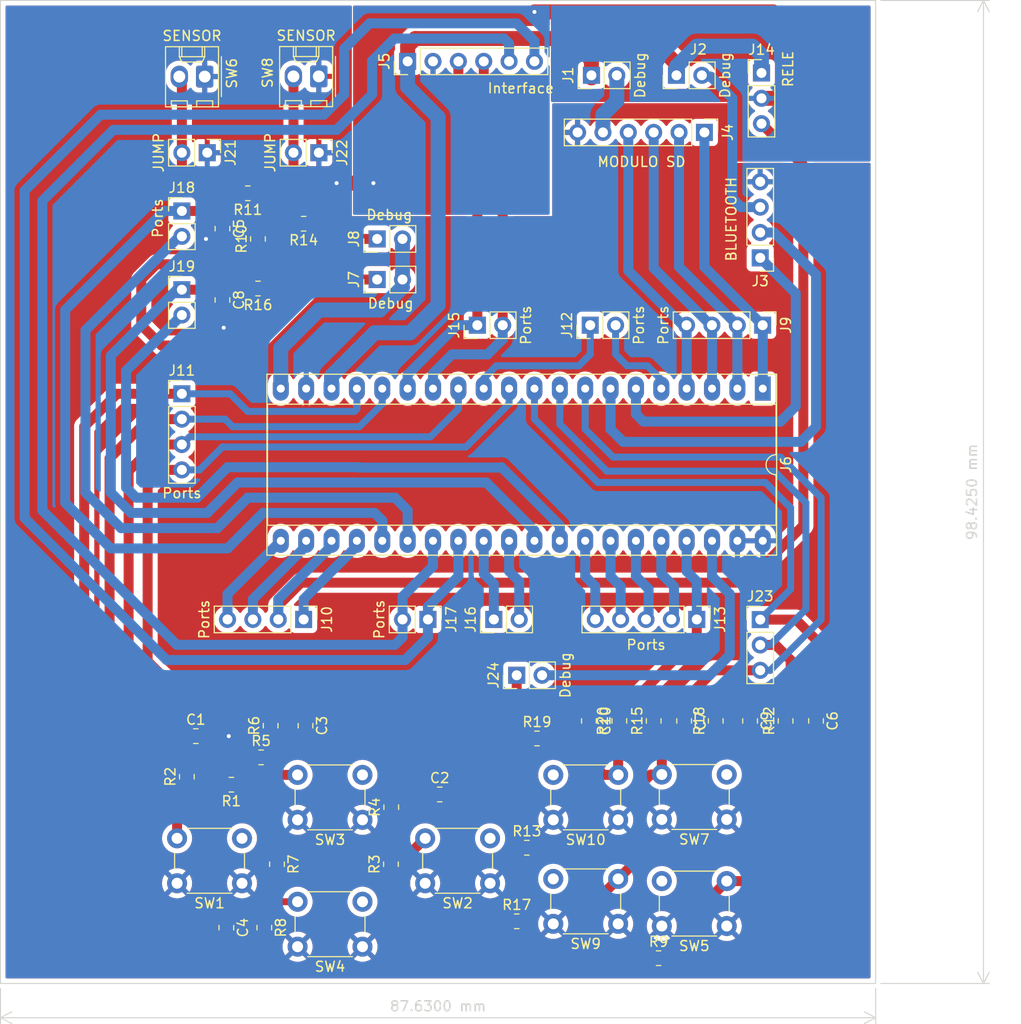
<source format=kicad_pcb>
(kicad_pcb (version 20211014) (generator pcbnew)
  (layers (0 "F.Cu" signal) (31 "B.Cu" signal) (34 "B.Paste" user) (35 "F.Paste" user) (36 "B.SilkS" user "B.Silkscreen") (37 "F.SilkS" user "F.Silkscreen") (38 "B.Mask" user) (39 "F.Mask" user) (44 "Edge.Cuts" user))
  (net 0 "")
  (net 1 "/BT_LEFT")
  (net 2 "GNDA")
  (net 3 "/BT_RIGHT")
  (net 4 "/BT_UP")
  (net 5 "/BT_DOWN")
  (net 6 "/SENSOR_1")
  (net 7 "/BT_STOP")
  (net 8 "/BT_MENU")
  (net 9 "/SENSOR_2")
  (net 10 "/BT_OK")
  (net 11 "/BT_RST")
  (net 12 "5V")
  (net 13 "/RX")
  (net 14 "/TX")
  (net 15 "/CS")
  (net 16 "/SCK")
  (net 17 "/MOSI")
  (net 18 "/MISO")
  (net 19 "/SDA")
  (net 20 "/SCL")
  (net 21 "/B-_AD_IN")
  (net 22 "/B+_AD_IN")
  (net 23 "/PA8")
  (net 24 "/PB4")
  (net 25 "+3.3V")
  (net 26 "/VBAT")
  (net 27 "/PC13")
  (net 28 "/RELE")
  (net 29 "/PC15")
  (net 30 "/PA4")
  (net 31 "/PA5")
  (net 32 "/PB0")
  (net 33 "/PB1")
  (net 34 "/PB10")
  (net 35 "/PB11")
  (net 36 "Net-(J7-Pad1)")
  (net 37 "Net-(J8-Pad1)")
  (net 38 "Net-(R1-Pad2)")
  (net 39 "Net-(R3-Pad2)")
  (net 40 "Net-(R5-Pad2)")
  (net 41 "Net-(R7-Pad2)")
  (net 42 "Net-(R12-Pad1)")
  (net 43 "Net-(R13-Pad2)")
  (net 44 "Net-(R17-Pad2)")
  (net 45 "Net-(R19-Pad2)")
  (net 46 "Net-(J21-Pad2)")
  (net 47 "Net-(J22-Pad2)")
  (net 48 "Net-(J24-Pad1)")
  (net 49 "Net-(J1-Pad2)")
  (net 50 "Net-(J2-Pad2)")
  (footprint "Resistor_SMD:R_0805_2012Metric_Pad1.20x1.40mm_HandSolder" (layer "F.Cu") (at 99.568 96.536 -90)
    (fp_text reference "C8")
    (fp_text value "0.1uF")
  )
  (footprint "Resistor_SMD:R_0805_2012Metric_Pad1.20x1.40mm_HandSolder" (layer "F.Cu") (at 103.759 159.385 -90)
    (fp_text reference "R8")
    (fp_text value "10K")
  )
  (footprint "Connector_PinHeader_2.54mm:PinHeader_1x02_P2.54mm_Vertical" (layer "F.Cu") (at 115.057 90.424 90)
    (fp_text reference "J8")
    (fp_text value "Debug")
  )
  (footprint "Connector_PinHeader_2.54mm:PinHeader_1x04_P2.54mm_Vertical" (layer "F.Cu") (at 153.416 92.319 180)
    (fp_text reference "J3")
    (fp_text value "BLUETOOTH")
  )
  (footprint "Button_Switch_THT:SW_PUSH_6mm" (layer "F.Cu") (at 113.59 148.59 180)
    (fp_text reference "SW3")
    (fp_text value "BT_UP")
  )
  (footprint "Button_Switch_THT:SW_PUSH_6mm" (layer "F.Cu") (at 139.192 159.004 180)
    (fp_text reference "SW9")
    (fp_text value "BT_OK")
  )
  (footprint "Resistor_SMD:R_0805_2012Metric_Pad1.20x1.40mm_HandSolder" (layer "F.Cu") (at 129.032 158.75)
    (fp_text reference "R17")
    (fp_text value "100K")
  )
  (footprint "Resistor_SMD:R_0805_2012Metric_Pad1.20x1.40mm_HandSolder" (layer "F.Cu") (at 130.048 151.384)
    (fp_text reference "R13")
    (fp_text value "100K")
  )
  (footprint "Package_DIP:DIP-40_W15.24mm_Socket_LongPads" (layer "F.Cu") (at 153.67 105.41 -90)
    (fp_text reference "J6")
    (fp_text value "BLACKPILL")
  )
  (footprint "Connector_PinHeader_2.54mm:PinHeader_1x02_P2.54mm_Vertical" (layer "F.Cu") (at 126.741 128.524 90)
    (fp_text reference "J16")
    (fp_text value "Ports")
  )
  (footprint "Connector_PinHeader_2.54mm:PinHeader_1x02_P2.54mm_Vertical" (layer "F.Cu") (at 145.029 74.041 90)
    (fp_text reference "J2")
    (fp_text value "Debug")
  )
  (footprint "Resistor_SMD:R_0805_2012Metric_Pad1.20x1.40mm_HandSolder" (layer "F.Cu") (at 100.457 145.07 180)
    (fp_text reference "R1")
    (fp_text value "100K")
  )
  (footprint "Connector_PinHeader_2.54mm:PinHeader_1x05_P2.54mm_Vertical" (layer "F.Cu") (at 147.061 128.524 -90)
    (fp_text reference "J13")
    (fp_text value "Ports")
  )
  (footprint "Connector_PinHeader_2.54mm:PinHeader_1x04_P2.54mm_Vertical" (layer "F.Cu") (at 95.504 105.928)
    (fp_text reference "J11")
    (fp_text value "Ports")
  )
  (footprint "Resistor_SMD:R_0805_2012Metric_Pad1.20x1.40mm_HandSolder" (layer "F.Cu") (at 145.796 138.684 -90)
    (fp_text reference "C7")
    (fp_text value "0.1uF")
  )
  (footprint "Connector_PinHeader_2.54mm:PinHeader_1x02_P2.54mm_Vertical" (layer "F.Cu") (at 98.044 81.788 -90)
    (fp_text reference "J21")
    (fp_text value "JUMP")
  )
  (footprint "Resistor_SMD:R_0805_2012Metric_Pad1.20x1.40mm_HandSolder" (layer "F.Cu") (at 96.002 144.272 90)
    (fp_text reference "R2")
    (fp_text value "10K")
  )
  (footprint "Button_Switch_THT:SW_PUSH_6mm" (layer "F.Cu") (at 150.062 148.554 180)
    (fp_text reference "SW7")
    (fp_text value "BT_MENU")
  )
  (footprint "Connector_PinHeader_2.54mm:PinHeader_1x02_P2.54mm_Vertical" (layer "F.Cu") (at 125.09 99.06 90)
    (fp_text reference "J15")
    (fp_text value "Ports")
  )
  (footprint "Connector_PinHeader_2.54mm:PinHeader_1x02_P2.54mm_Vertical" (layer "F.Cu") (at 95.504 87.625)
    (fp_text reference "J18")
    (fp_text value "Ports")
  )
  (footprint "Connector_PinHeader_2.54mm:PinHeader_1x02_P2.54mm_Vertical" (layer "F.Cu") (at 136.393 99.06 90)
    (fp_text reference "J12")
    (fp_text value "Ports")
  )
  (footprint "Button_Switch_THT:SW_PUSH_6mm" (layer "F.Cu") (at 113.59 161.29 180)
    (fp_text reference "SW4")
    (fp_text value "BT_DOWN")
  )
  (footprint "Resistor_SMD:R_0805_2012Metric_Pad1.20x1.40mm_HandSolder" (layer "F.Cu") (at 103.124 95.387 180)
    (fp_text reference "R16")
    (fp_text value "10K")
  )
  (footprint "Resistor_SMD:R_0805_2012Metric_Pad1.20x1.40mm_HandSolder" (layer "F.Cu") (at 99.568 89.392 -90)
    (fp_text reference "C5")
    (fp_text value "0.1uF")
  )
  (footprint "Connector_PinHeader_2.54mm:PinHeader_1x06_P2.54mm_Vertical" (layer "F.Cu") (at 147.828 79.756 -90)
    (fp_text reference "J4")
    (fp_text value "MODULO SD")
  )
  (footprint "Connector_PinHeader_2.54mm:PinHeader_1x02_P2.54mm_Vertical" (layer "F.Cu") (at 120.142 128.524 -90)
    (fp_text reference "J17")
    (fp_text value "Ports")
  )
  (footprint "Resistor_SMD:R_0805_2012Metric_Pad1.20x1.40mm_HandSolder" (layer "F.Cu") (at 136.261 138.684 -90)
    (fp_text reference "C10")
    (fp_text value "0.1uF")
  )
  (footprint "Resistor_SMD:R_0805_2012Metric_Pad1.20x1.40mm_HandSolder" (layer "F.Cu") (at 143.24 162.443)
    (fp_text reference "R9")
    (fp_text value "100K")
  )
  (footprint "Resistor_SMD:R_0805_2012Metric_Pad1.20x1.40mm_HandSolder" (layer "F.Cu") (at 103.439 142.335)
    (fp_text reference "R5")
    (fp_text value "100K")
  )
  (footprint "Resistor_SMD:R_0805_2012Metric_Pad1.20x1.40mm_HandSolder" (layer "F.Cu") (at 152.4 138.684 -90)
    (fp_text reference "C9")
    (fp_text value "0.1uF")
  )
  (footprint "Button_Switch_THT:SW_PUSH_6mm" (layer "F.Cu") (at 150.062 159.222 180)
    (fp_text reference "SW5")
    (fp_text value "BT_STOP")
  )
  (footprint "Resistor_SMD:R_0805_2012Metric_Pad1.20x1.40mm_HandSolder" (layer "F.Cu") (at 107.884 139.16 -90)
    (fp_text reference "C3")
    (fp_text value "0.1uF")
  )
  (footprint "Resistor_SMD:R_0805_2012Metric_Pad1.20x1.40mm_HandSolder" (layer "F.Cu") (at 107.696 88.9 180)
    (fp_text reference "R14")
    (fp_text value "100K")
  )
  (footprint "Connector_PinHeader_2.54mm:PinHeader_1x04_P2.54mm_Vertical" (layer "F.Cu") (at 107.696 128.524 -90)
    (fp_text reference "J10")
    (fp_text value "Ports")
  )
  (footprint "Resistor_SMD:R_0805_2012Metric_Pad1.20x1.40mm_HandSolder" (layer "F.Cu") (at 96.901 140.208)
    (fp_text reference "C1")
    (fp_text value "0.1uF")
  )
  (footprint "Connector_PinHeader_2.54mm:PinHeader_1x02_P2.54mm_Vertical" (layer "F.Cu") (at 109.22 81.788 -90)
    (fp_text reference "J22")
    (fp_text value "JUMP")
  )
  (footprint "Resistor_SMD:R_0805_2012Metric_Pad1.20x1.40mm_HandSolder" (layer "F.Cu") (at 131.064 140.442)
    (fp_text reference "R19")
    (fp_text value "100K")
  )
  (footprint "Connector_PinHeader_2.54mm:PinHeader_1x06_P2.54mm_Vertical" (layer "F.Cu") (at 118.11 72.644 90)
    (fp_text reference "J5")
    (fp_text value "Interface")
  )
  (footprint "Resistor_SMD:R_0805_2012Metric_Pad1.20x1.40mm_HandSolder" (layer "F.Cu") (at 142.748 138.684 90)
    (fp_text reference "R15")
    (fp_text value "10K")
  )
  (footprint "Resistor_SMD:R_0805_2012Metric_Pad1.20x1.40mm_HandSolder" (layer "F.Cu") (at 116.439 153.035 90)
    (fp_text reference "R3")
    (fp_text value "100K")
  )
  (footprint "Connector_PinHeader_2.54mm:PinHeader_1x02_P2.54mm_Vertical" (layer "F.Cu") (at 95.504 95.504)
    (fp_text reference "J19")
    (fp_text value "Ports")
  )
  (footprint "Button_Switch_THT:SW_PUSH_6mm" (layer "F.Cu") (at 139.192 148.59 180)
    (fp_text reference "SW10")
    (fp_text value "BT_RST")
  )
  (footprint "Resistor_SMD:R_0805_2012Metric_Pad1.20x1.40mm_HandSolder" (layer "F.Cu") (at 103.124 90.424 90)
    (fp_text reference "R10")
    (fp_text value "100K")
  )
  (footprint "Connector_PinHeader_2.54mm:PinHeader_1x02_P2.54mm_Vertical" (layer "F.Cu") (at 136.515 74.041 90)
    (fp_text reference "J1")
    (fp_text value "Debug")
  )
  (footprint "Resistor_SMD:R_0805_2012Metric_Pad1.20x1.40mm_HandSolder" (layer "F.Cu") (at 99.959 159.385 -90)
    (fp_text reference "C4")
    (fp_text value "0.1uF")
  )
  (footprint "Resistor_SMD:R_0805_2012Metric_Pad1.20x1.40mm_HandSolder" (layer "F.Cu") (at 116.469 147.32 90)
    (fp_text reference "R4")
    (fp_text value "10K")
  )
  (footprint "Resistor_SMD:R_0805_2012Metric_Pad1.20x1.40mm_HandSolder" (layer "F.Cu") (at 105.029 153.035 -90)
    (fp_text reference "R7")
    (fp_text value "100K")
  )
  (footprint "Connector_PinHeader_2.54mm:PinHeader_1x02_P2.54mm_Vertical" (layer "F.Cu") (at 115.057 94.488 90)
    (fp_text reference "J7")
    (fp_text value "Debug")
  )
  (footprint "Connector_PinHeader_2.54mm:PinHeader_1x03_P2.54mm_Vertical" (layer "F.Cu") (at 153.543 73.802)
    (fp_text reference "J14")
    (fp_text value "RELE")
  )
  (footprint "Resistor_SMD:R_0805_2012Metric_Pad1.20x1.40mm_HandSolder" (layer "F.Cu") (at 159.004 138.684 -90)
    (fp_text reference "C6")
    (fp_text value "0.1uF")
  )
  (footprint "Connector_PinHeader_2.54mm:PinHeader_1x04_P2.54mm_Vertical" (layer "F.Cu") (at 153.66 99.06 -90)
    (fp_text reference "J9")
    (fp_text value "Ports")
  )
  (footprint "Resistor_SMD:R_0805_2012Metric_Pad1.20x1.40mm_HandSolder" (layer "F.Cu") (at 155.956 138.684 90)
    (fp_text reference "R12")
    (fp_text value "10K")
  )
  (footprint "Button_Switch_THT:SW_PUSH_6mm" (layer "F.Cu") (at 101.525 154.94 180)
    (fp_text reference "SW1")
    (fp_text value "BT_LEFT")
  )
  (footprint "Resistor_SMD:R_0805_2012Metric_Pad1.20x1.40mm_HandSolder" (layer "F.Cu") (at 121.324 146.05)
    (fp_text reference "C2")
    (fp_text value "0.1uF")
  )
  (footprint "Connector_Molex:Molex_KK-254_AE-6410-02A_1x02_P2.54mm_Vertical" (layer "F.Cu") (at 97.79 74.168 180)
    (fp_text reference "SW6")
    (fp_text value "SENSOR")
  )
  (footprint "Button_Switch_THT:SW_PUSH_6mm" (layer "F.Cu") (at 126.365 154.94 180)
    (fp_text reference "SW2")
    (fp_text value "BT_RIGHT")
  )
  (footprint "Connector_PinHeader_2.54mm:PinHeader_1x03_P2.54mm_Vertical" (layer "F.Cu") (at 153.416 128.539)
    (fp_text reference "J23")
    (fp_text value "Ports")
  )
  (footprint "Resistor_SMD:R_0805_2012Metric_Pad1.20x1.40mm_HandSolder" (layer "F.Cu") (at 148.961 138.684 90)
    (fp_text reference "R18")
    (fp_text value "10K")
  )
  (footprint "Connector_Molex:Molex_KK-254_AE-6410-02A_1x02_P2.54mm_Vertical" (layer "F.Cu") (at 109.215 74.148 180)
    (fp_text reference "SW8")
    (fp_text value "SENSOR")
  )
  (footprint "Connector_PinHeader_2.54mm:PinHeader_1x02_P2.54mm_Vertical" (layer "F.Cu") (at 129.032 134.112 90)
    (fp_text reference "J24")
    (fp_text value "Debug")
  )
  (footprint "Resistor_SMD:R_0805_2012Metric_Pad1.20x1.40mm_HandSolder" (layer "F.Cu") (at 104.394 139.16 90)
    (fp_text reference "R6")
    (fp_text value "10K")
  )
  (footprint "Resistor_SMD:R_0805_2012Metric_Pad1.20x1.40mm_HandSolder" (layer "F.Cu") (at 102.108 85.852 180)
    (fp_text reference "R11")
    (fp_text value "10K")
  )
  (footprint "Resistor_SMD:R_0805_2012Metric_Pad1.20x1.40mm_HandSolder" (layer "F.Cu") (at 139.309 138.684 90)
    (fp_text reference "R20")
    (fp_text value "10K")
  )
  (gr_rect (start 77.343 66.548) (end 164.973 164.973) (layer "Edge.Cuts") (width 0.1) (fill none))
  (dimension (type aligned) (layer "Edge.Cuts") (pts (xy 77.343 164.973) (xy 164.973 164.973)) (height 3.429) (gr_text "87.6300 mm" (at 121.158 167.252) (layer "Edge.Cuts") (effects (font (size 1 1) (thickness 0.15)))) (format (units 3) (units_format 1) (precision 4)) (style (thickness 0.1) (arrow_length 1.27) (text_position_mode 0) (extension_height 0.58642) (extension_offset 0.5) keep_text_aligned))
  (dimension (type aligned) (layer "Edge.Cuts") (pts (xy 164.973 66.548) (xy 164.973 164.973)) (height -10.795) (gr_text "98.4250 mm" (at 174.618 115.7605 90) (layer "Edge.Cuts") (effects (font (size 1 1) (thickness 0.15)))) (format (units 3) (units_format 1) (precision 4)) (style (thickness 0.1) (arrow_length 1.27) (text_position_mode 0) (extension_height 0.58642) (extension_offset 0.5) keep_text_aligned))
  (segment (start 92.192 108.468) (end 88.265 112.395) (width 1) (layer "F.Cu") (net 1))
  (segment (start 96.002 140.309) (end 95.901 140.208) (width 1) (layer "F.Cu") (net 1))
  (segment (start 90.043 140.208) (end 95.901 140.208) (width 1) (layer "F.Cu") (net 1))
  (segment (start 96.002 143.272) (end 96.002 140.309) (width 1) (layer "F.Cu") (net 1))
  (segment (start 95.504 108.468) (end 92.192 108.468) (width 1) (layer "F.Cu") (net 1))
  (segment (start 88.265 138.43) (end 90.043 140.208) (width 1) (layer "F.Cu") (net 1))
  (segment (start 88.265 112.395) (end 88.265 138.43) (width 1) (layer "F.Cu") (net 1))
  (segment (start 100.584 109.22) (end 99.832 108.468) (width 0.7) (layer "B.Cu") (net 1))
  (segment (start 115.57 106.934) (end 113.284 109.22) (width 0.7) (layer "B.Cu") (net 1))
  (segment (start 115.57 105.41) (end 115.57 106.934) (width 0.7) (layer "B.Cu") (net 1))
  (segment (start 99.832 108.468) (end 95.504 108.468) (width 0.7) (layer "B.Cu") (net 1))
  (segment (start 113.284 109.22) (end 100.584 109.22) (width 0.7) (layer "B.Cu") (net 1))
  (segment (start 157.861 74.803) (end 157.861 70.866) (width 1.5) (layer "F.Cu") (net 2))
  (segment (start 153.543 76.342) (end 156.322 76.342) (width 1.5) (layer "F.Cu") (net 2))
  (segment (start 154.686 67.691) (end 130.81 67.691) (width 1.5) (layer "F.Cu") (net 2))
  (segment (start 157.861 70.866) (end 154.686 67.691) (width 1.5) (layer "F.Cu") (net 2))
  (segment (start 110.998 84.836) (end 114.681 84.836) (width 1.5) (layer "F.Cu") (net 2))
  (segment (start 110.871 84.836) (end 110.998 84.836) (width 1.5) (layer "F.Cu") (net 2))
  (segment (start 156.322 76.342) (end 157.861 74.803) (width 1.5) (layer "F.Cu") (net 2))
  (via (at 99.695 99.314) (size 0.8) (drill 0.4) (layers "F.Cu" "B.Cu") (net 2))
  (via (at 100.203 140.208) (size 0.8) (drill 0.4) (layers "F.Cu" "B.Cu") (net 2))
  (via (at 110.998 84.836) (size 0.8) (drill 0.4) (layers "F.Cu" "B.Cu") (net 2))
  (via (at 130.81 67.691) (size 0.8) (drill 0.4) (layers "F.Cu" "B.Cu") (net 2))
  (via (at 97.917 90.424) (size 0.8) (drill 0.4) (layers "F.Cu" "B.Cu") (net 2))
  (via (at 114.681 84.836) (size 0.8) (drill 0.4) (layers "F.Cu" "B.Cu") (net 2))
  (segment (start 116.469 146.32) (end 120.054 146.32) (width 1) (layer "F.Cu") (net 3))
  (segment (start 111.125 135.255) (end 116.469 140.599) (width 1) (layer "F.Cu") (net 3))
  (segment (start 94.615 135.255) (end 111.125 135.255) (width 1) (layer "F.Cu") (net 3))
  (segment (start 116.469 140.599) (end 116.469 146.32) (width 1) (layer "F.Cu") (net 3))
  (segment (start 95.504 113.548) (end 93.716 113.548) (width 1) (layer "F.Cu") (net 3))
  (segment (start 92.075 115.189) (end 92.075 132.715) (width 1) (layer "F.Cu") (net 3))
  (segment (start 92.075 132.715) (end 94.615 135.255) (width 1) (layer "F.Cu") (net 3))
  (segment (start 93.716 113.548) (end 92.075 115.189) (width 1) (layer "F.Cu") (net 3))
  (segment (start 120.054 146.32) (end 120.324 146.05) (width 1) (layer "F.Cu") (net 3))
  (segment (start 123.952 111.252) (end 128.27 106.934) (width 0.7) (layer "B.Cu") (net 3))
  (segment (start 97.272 113.548) (end 99.568 111.252) (width 0.7) (layer "B.Cu") (net 3))
  (segment (start 95.504 113.548) (end 97.272 113.548) (width 0.7) (layer "B.Cu") (net 3))
  (segment (start 128.27 106.934) (end 128.27 105.41) (width 0.7) (layer "B.Cu") (net 3))
  (segment (start 99.568 111.252) (end 123.952 111.252) (width 0.7) (layer "B.Cu") (net 3))
  (segment (start 92.44 138.16) (end 104.709 138.16) (width 1) (layer "F.Cu") (net 4))
  (segment (start 104.709 138.16) (end 107.884 138.16) (width 1) (layer "F.Cu") (net 4))
  (segment (start 92.827 111.008) (end 90.17 113.665) (width 1) (layer "F.Cu") (net 4))
  (segment (start 90.17 113.665) (end 90.17 135.89) (width 1) (layer "F.Cu") (net 4))
  (segment (start 95.504 111.008) (end 92.827 111.008) (width 1) (layer "F.Cu") (net 4))
  (segment (start 90.17 135.89) (end 92.44 138.16) (width 1) (layer "F.Cu") (net 4))
  (segment (start 95.504 111.008) (end 96.276 110.236) (width 0.7) (layer "B.Cu") (net 4))
  (segment (start 120.396 110.236) (end 123.19 107.442) (width 0.7) (layer "B.Cu") (net 4))
  (segment (start 123.19 107.442) (end 123.19 105.41) (width 0.7) (layer "B.Cu") (net 4))
  (segment (start 96.276 110.236) (end 120.396 110.236) (width 0.7) (layer "B.Cu") (net 4))
  (segment (start 99.959 158.385) (end 100.6 158.385) (width 1) (layer "F.Cu") (net 5))
  (segment (start 85.725 109.22) (end 85.725 151.13) (width 1) (layer "F.Cu") (net 5))
  (segment (start 102.6 160.385) (end 103.759 160.385) (width 1) (layer "F.Cu") (net 5))
  (segment (start 92.98 158.385) (end 99.959 158.385) (width 1) (layer "F.Cu") (net 5))
  (segment (start 95.504 105.928) (end 89.017 105.928) (width 1) (layer "F.Cu") (net 5))
  (segment (start 85.725 151.13) (end 92.98 158.385) (width 1) (layer "F.Cu") (net 5))
  (segment (start 100.6 158.385) (end 102.6 160.385) (width 1) (layer "F.Cu") (net 5))
  (segment (start 89.017 105.928) (end 85.725 109.22) (width 1) (layer "F.Cu") (net 5))
  (segment (start 113.03 107.442) (end 112.776 107.696) (width 0.7) (layer "B.Cu") (net 5))
  (segment (start 112.776 107.696) (end 102.108 107.696) (width 0.7) (layer "B.Cu") (net 5))
  (segment (start 102.108 107.696) (end 100.34 105.928) (width 0.7) (layer "B.Cu") (net 5))
  (segment (start 100.34 105.928) (end 95.504 105.928) (width 0.7) (layer "B.Cu") (net 5))
  (segment (start 113.03 105.41) (end 113.03 107.442) (width 0.7) (layer "B.Cu") (net 5))
  (segment (start 98.801 87.625) (end 99.335 87.625) (width 1) (layer "F.Cu") (net 6))
  (segment (start 95.504 87.625) (end 98.801 87.625) (width 1) (layer "F.Cu") (net 6))
  (segment (start 98.801 87.625) (end 99.568 88.392) (width 1) (layer "F.Cu") (net 6))
  (segment (start 99.335 87.625) (end 101.108 85.852) (width 1) (layer "F.Cu") (net 6))
  (segment (start 102.108 116.332) (end 99.06 119.38) (width 1) (layer "B.Cu") (net 6))
  (segment (start 83.82 116.84) (end 83.82 97.536) (width 1) (layer "B.Cu") (net 6))
  (segment (start 93.731 87.625) (end 95.504 87.625) (width 1) (layer "B.Cu") (net 6))
  (segment (start 118.11 117.602) (end 116.84 116.332) (width 1) (layer "B.Cu") (net 6))
  (segment (start 89.408 119.38) (end 85.852 115.824) (width 1) (layer "B.Cu") (net 6))
  (segment (start 99.06 119.38) (end 89.408 119.38) (width 1) (layer "B.Cu") (net 6))
  (segment (start 88.392 121.412) (end 83.82 116.84) (width 1) (layer "B.Cu") (net 6))
  (segment (start 85.852 99.568) (end 95.255 90.165) (width 1) (layer "B.Cu") (net 6))
  (segment (start 95.255 90.165) (end 95.504 90.165) (width 1) (layer "B.Cu") (net 6))
  (segment (start 116.84 116.332) (end 102.108 116.332) (width 1) (layer "B.Cu") (net 6))
  (segment (start 83.82 97.536) (end 93.731 87.625) (width 1) (layer "B.Cu") (net 6))
  (segment (start 100.076 121.412) (end 88.392 121.412) (width 1) (layer "B.Cu") (net 6))
  (segment (start 103.632 117.856) (end 100.076 121.412) (width 1) (layer "B.Cu") (net 6))
  (segment (start 114.808 117.856) (end 103.632 117.856) (width 1) (layer "B.Cu") (net 6))
  (segment (start 115.57 120.65) (end 115.57 118.618) (width 1) (layer "B.Cu") (net 6))
  (segment (start 115.57 118.618) (end 114.808 117.856) (width 1) (layer "B.Cu") (net 6))
  (segment (start 85.852 115.824) (end 85.852 99.568) (width 1) (layer "B.Cu") (net 6))
  (segment (start 118.11 120.65) (end 118.11 117.602) (width 1) (layer "B.Cu") (net 6))
  (segment (start 159.004 137.684) (end 159.004 130.556) (width 1) (layer "F.Cu") (net 7))
  (segment (start 159.004 130.556) (end 156.987 128.539) (width 1) (layer "F.Cu") (net 7))
  (segment (start 156.987 128.539) (end 153.416 128.539) (width 1) (layer "F.Cu") (net 7))
  (segment (start 155.956 137.684) (end 159.004 137.684) (width 1) (layer "F.Cu") (net 7))
  (segment (start 137.16 114.808) (end 153.924 114.808) (width 0.7) (layer "B.Cu") (net 7))
  (segment (start 153.924 114.808) (end 156.464 117.348) (width 0.7) (layer "B.Cu") (net 7))
  (segment (start 130.81 108.458) (end 137.16 114.808) (width 0.7) (layer "B.Cu") (net 7))
  (segment (start 156.464 117.348) (end 156.464 125.491) (width 0.7) (layer "B.Cu") (net 7))
  (segment (start 130.81 105.41) (end 130.81 108.458) (width 0.7) (layer "B.Cu") (net 7))
  (segment (start 156.464 125.491) (end 153.416 128.539) (width 0.7) (layer "B.Cu") (net 7))
  (segment (start 145.796 137.684) (end 145.796 136.652) (width 1) (layer "F.Cu") (net 8))
  (segment (start 148.829 133.619) (end 153.416 133.619) (width 1) (layer "F.Cu") (net 8))
  (segment (start 145.796 136.652) (end 148.829 133.619) (width 1) (layer "F.Cu") (net 8))
  (segment (start 142.748 137.684) (end 145.796 137.684) (width 1) (layer "F.Cu") (net 8))
  (segment (start 135.89 105.41) (end 135.89 109.474) (width 0.7) (layer "B.Cu") (net 8))
  (segment (start 159.512 128.524) (end 154.417 133.619) (width 0.7) (layer "B.Cu") (net 8))
  (segment (start 135.89 109.474) (end 138.684 112.268) (width 0.7) (layer "B.Cu") (net 8))
  (segment (start 138.684 112.268) (end 155.448 112.268) (width 0.7) (layer "B.Cu") (net 8))
  (segment (start 155.448 112.268) (end 159.512 116.332) (width 0.7) (layer "B.Cu") (net 8))
  (segment (start 159.512 116.332) (end 159.512 128.524) (width 0.7) (layer "B.Cu") (net 8))
  (segment (start 154.417 133.619) (end 153.416 133.619) (width 0.7) (layer "B.Cu") (net 8))
  (segment (start 95.504 95.504) (end 102.007 95.504) (width 1) (layer "F.Cu") (net 9))
  (segment (start 102.007 95.504) (end 102.124 95.387) (width 1) (layer "F.Cu") (net 9))
  (segment (start 89.916 103.632) (end 95.504 98.044) (width 1) (layer "B.Cu") (net 9))
  (segment (start 97.028 116.332) (end 90.932 116.332) (width 1) (layer "B.Cu") (net 9))
  (segment (start 90.424 117.856) (end 88.392 115.824) (width 1) (layer "B.Cu") (net 9))
  (segment (start 127.474 113.318) (end 113.318 113.318) (width 1) (layer "B.Cu") (net 9))
  (segment (start 127.508 113.284) (end 127.474 113.318) (width 1) (layer "B.Cu") (net 9))
  (segment (start 133.35 119.126) (end 127.508 113.284) (width 1) (layer "B.Cu") (net 9))
  (segment (start 89.916 115.316) (end 89.916 103.632) (width 1) (layer "B.Cu") (net 9))
  (segment (start 130.81 119.634) (end 125.984 114.808) (width 1) (layer "B.Cu") (net 9))
  (segment (start 125.984 114.808) (end 101.092 114.808) (width 1) (layer "B.Cu") (net 9))
  (segment (start 94.996 95.504) (end 95.504 95.504) (width 1) (layer "B.Cu") (net 9))
  (segment (start 130.81 120.65) (end 130.81 119.634) (width 1) (layer "B.Cu") (net 9))
  (segment (start 101.092 114.808) (end 98.044 117.856) (width 1) (layer "B.Cu") (net 9))
  (segment (start 88.392 102.108) (end 94.996 95.504) (width 1) (layer "B.Cu") (net 9))
  (segment (start 90.932 116.332) (end 89.916 115.316) (width 1) (layer "B.Cu") (net 9))
  (segment (start 100.076 113.284) (end 97.028 116.332) (width 1) (layer "B.Cu") (net 9))
  (segment (start 88.392 115.824) (end 88.392 102.108) (width 1) (layer "B.Cu") (net 9))
  (segment (start 98.044 117.856) (end 90.424 117.856) (width 1) (layer "B.Cu") (net 9))
  (segment (start 113.318 113.318) (end 113.284 113.284) (width 1) (layer "B.Cu") (net 9))
  (segment (start 133.35 120.65) (end 133.35 119.126) (width 1) (layer "B.Cu") (net 9))
  (segment (start 113.284 113.284) (end 100.076 113.284) (width 1) (layer "B.Cu") (net 9))
  (segment (start 152.4 137.684) (end 152.4 137.668) (width 1) (layer "F.Cu") (net 10))
  (segment (start 156.464 135.636) (end 156.464 132.588) (width 1) (layer "F.Cu") (net 10))
  (segment (start 154.955 131.079) (end 153.416 131.079) (width 1) (layer "F.Cu") (net 10))
  (segment (start 152.4 137.684) (end 148.961 137.684) (width 1) (layer "F.Cu") (net 10))
  (segment (start 148.961 137.684) (end 148.961 137.551) (width 1) (layer "F.Cu") (net 10))
  (segment (start 152.4 137.668) (end 154.432 135.636) (width 1) (layer "F.Cu") (net 10))
  (segment (start 154.432 135.636) (end 156.464 135.636) (width 1) (layer "F.Cu") (net 10))
  (segment (start 156.464 132.588) (end 154.955 131.079) (width 1) (layer "F.Cu") (net 10))
  (segment (start 138.06 113.676) (end 154.824 113.676) (width 0.7) (layer "B.Cu") (net 10))
  (segment (start 157.988 116.84) (end 157.988 127.508) (width 0.7) (layer "B.Cu") (net 10))
  (segment (start 133.35 108.966) (end 138.06 113.676) (width 0.7) (layer "B.Cu") (net 10))
  (segment (start 154.824 113.676) (end 157.988 116.84) (width 0.7) (layer "B.Cu") (net 10))
  (segment (start 157.988 127.508) (end 154.417 131.079) (width 0.7) (layer "B.Cu") (net 10))
  (segment (start 133.35 105.41) (end 133.35 108.966) (width 0.7) (layer "B.Cu") (net 10))
  (segment (start 154.417 131.079) (end 153.416 131.079) (width 0.7) (layer "B.Cu") (net 10))
  (segment (start 147.046 128.539) (end 147.061 128.524) (width 1) (layer "F.Cu") (net 11))
  (segment (start 139.684 137.684) (end 147.061 130.307) (width 1) (layer "F.Cu") (net 11))
  (segment (start 139.309 137.684) (end 139.684 137.684) (width 1) (layer "F.Cu") (net 11))
  (segment (start 136.261 137.684) (end 139.309 137.684) (width 1) (layer "F.Cu") (net 11))
  (segment (start 147.061 130.307) (end 147.061 128.524) (width 1) (layer "F.Cu") (net 11))
  (segment (start 147.061 128.524) (end 147.061 124.709) (width 1) (layer "B.Cu") (net 11))
  (segment (start 146.05 123.698) (end 146.05 120.65) (width 1) (layer "B.Cu") (net 11))
  (segment (start 147.061 124.709) (end 146.05 123.698) (width 1) (layer "B.Cu") (net 11))
  (segment (start 136.515 74.29) (end 136.52 74.295) (width 1.5) (layer "F.Cu") (net 12))
  (segment (start 118.872 70.358) (end 134.366 70.358) (width 1.5) (layer "F.Cu") (net 12))
  (segment (start 136.515 72.507) (end 136.515 74.29) (width 1.5) (layer "F.Cu") (net 12))
  (segment (start 144.902 72.766) (end 144.902 74.168) (width 1) (layer "F.Cu") (net 12))
  (segment (start 134.366 70.358) (end 142.494 70.358) (width 1.5) (layer "F.Cu") (net 12))
  (segment (start 118.11 72.644) (end 118.11 71.12) (width 1.5) (layer "F.Cu") (net 12))
  (segment (start 142.494 70.358) (end 144.902 72.766) (width 1.5) (layer "F.Cu") (net 12))
  (segment (start 118.11 71.12) (end 118.872 70.358) (width 1.5) (layer "F.Cu") (net 12))
  (segment (start 134.366 70.358) (end 136.515 72.507) (width 1.5) (layer "F.Cu") (net 12))
  (segment (start 118.11 75.184) (end 118.11 72.644) (width 1.5) (layer "B.Cu") (net 12))
  (segment (start 153.543 73.802) (end 153.543 72.009) (width 1.5) (layer "B.Cu") (net 12))
  (segment (start 118.364 99.822) (end 121.158 97.028) (width 1.5) (layer "B.Cu") (net 12))
  (segment (start 121.158 78.232) (end 118.11 75.184) (width 1.5) (layer "B.Cu") (net 12))
  (segment (start 147.066 71.12) (end 145.029 73.157) (width 1.5) (layer "B.Cu") (net 12))
  (segment (start 153.543 72.009) (end 152.654 71.12) (width 1.5) (layer "B.Cu") (net 12))
  (segment (start 145.029 73.157) (end 145.029 74.041) (width 1.5) (layer "B.Cu") (net 12))
  (segment (start 121.158 88.138) (end 121.158 78.232) (width 1.5) (layer "B.Cu") (net 12))
  (segment (start 121.158 97.028) (end 121.158 88.138) (width 1.5) (layer "B.Cu") (net 12))
  (segment (start 110.49 105.41) (end 110.744 105.156) (width 1) (layer "B.Cu") (net 12))
  (segment (start 110.49 104.14) (end 114.808 99.822) (width 1.5) (layer "B.Cu") (net 12))
  (segment (start 152.654 71.12) (end 147.066 71.12) (width 1.5) (layer "B.Cu") (net 12))
  (segment (start 114.808 99.822) (end 118.364 99.822) (width 1.5) (layer "B.Cu") (net 12))
  (segment (start 110.49 105.41) (end 110.49 104.14) (width 1.5) (layer "B.Cu") (net 12))
  (segment (start 155.448 108.712) (end 156.972 107.188) (width 1) (layer "B.Cu") (net 13))
  (segment (start 140.97 107.95) (end 141.732 108.712) (width 1) (layer "B.Cu") (net 13))
  (segment (start 156.972 107.188) (end 156.972 95.875) (width 1) (layer "B.Cu") (net 13))
  (segment (start 156.972 95.875) (end 153.416 92.319) (width 1) (layer "B.Cu") (net 13))
  (segment (start 140.97 105.41) (end 140.97 107.95) (width 1) (layer "B.Cu") (net 13))
  (segment (start 141.732 108.712) (end 155.448 108.712) (width 1) (layer "B.Cu") (net 13))
  (segment (start 159.004 109.22) (end 159.004 93.98) (width 1) (layer "B.Cu") (net 14))
  (segment (start 157.48 110.744) (end 159.004 109.22) (width 1) (layer "B.Cu") (net 14))
  (segment (start 138.43 105.41) (end 138.43 109.474) (width 1) (layer "B.Cu") (net 14))
  (segment (start 138.43 109.474) (end 139.7 110.744) (width 1) (layer "B.Cu") (net 14))
  (segment (start 159.004 93.98) (end 154.803 89.779) (width 1) (layer "B.Cu") (net 14))
  (segment (start 154.803 89.779) (end 153.416 89.779) (width 1) (layer "B.Cu") (net 14))
  (segment (start 139.7 110.744) (end 157.48 110.744) (width 1) (layer "B.Cu") (net 14))
  (segment (start 153.67 105.41) (end 153.67 99.07) (width 1) (layer "B.Cu") (net 15))
  (segment (start 147.828 79.756) (end 147.828 93.228) (width 1) (layer "B.Cu") (net 15))
  (segment (start 153.67 99.07) (end 153.66 99.06) (width 1) (layer "B.Cu") (net 15))
  (segment (start 147.828 93.228) (end 153.66 99.06) (width 1) (layer "B.Cu") (net 15))
  (segment (start 145.288 93.218) (end 145.288 79.756) (width 1) (layer "B.Cu") (net 16))
  (segment (start 151.13 99.07) (end 151.12 99.06) (width 1) (layer "B.Cu") (net 16))
  (segment (start 151.12 99.06) (end 151.12 99.05) (width 1) (layer "B.Cu") (net 16))
  (segment (start 151.13 105.41) (end 151.13 99.07) (width 1) (layer "B.Cu") (net 16))
  (segment (start 151.12 99.05) (end 145.288 93.218) (width 1) (layer "B.Cu") (net 16))
  (segment (start 146.05 105.41) (end 146.05 99.07) (width 1) (layer "B.Cu") (net 17))
  (segment (start 146.04 99.06) (end 145.669 99.06) (width 1) (layer "B.Cu") (net 17))
  (segment (start 140.208 93.599) (end 140.208 79.756) (width 1) (layer "B.Cu") (net 17))
  (segment (start 146.05 99.07) (end 146.04 99.06) (width 1) (layer "B.Cu") (net 17))
  (segment (start 145.669 99.06) (end 140.208 93.599) (width 1) (layer "B.Cu") (net 17))
  (segment (start 148.59 99.07) (end 148.58 99.06) (width 1) (layer "B.Cu") (net 18))
  (segment (start 148.59 105.41) (end 148.59 99.07) (width 1) (layer "B.Cu") (net 18))
  (segment (start 142.748 93.345) (end 142.748 79.756) (width 1) (layer "B.Cu") (net 18))
  (segment (start 148.463 99.06) (end 142.748 93.345) (width 1) (layer "B.Cu") (net 18))
  (segment (start 148.58 99.06) (end 148.463 99.06) (width 1) (layer "B.Cu") (net 18))
  (segment (start 125.09 99.06) (end 125.09 78.862) (width 1) (layer "F.Cu") (net 19))
  (segment (start 125.09 78.862) (end 123.19 76.962) (width 1) (layer "F.Cu") (net 19))
  (segment (start 123.19 76.962) (end 123.19 72.644) (width 1) (layer "F.Cu") (net 19))
  (segment (start 123.063 99.06) (end 125.09 99.06) (width 1) (layer "B.Cu") (net 19))
  (segment (start 118.11 105.41) (end 118.11 104.013) (width 1) (layer "B.Cu") (net 19))
  (segment (start 118.11 104.013) (end 123.063 99.06) (width 1) (layer "B.Cu") (net 19))
  (segment (start 125.73 76.454) (end 127.63 78.354) (width 1) (layer "F.Cu") (net 20))
  (segment (start 127.63 78.354) (end 127.63 99.06) (width 1) (layer "F.Cu") (net 20))
  (segment (start 125.73 72.644) (end 125.73 76.454) (width 1) (layer "F.Cu") (net 20))
  (segment (start 120.65 105.41) (end 120.65 103.886) (width 1) (layer "B.Cu") (net 20))
  (segment (start 126.111 101.981) (end 127.63 100.462) (width 1) (layer "B.Cu") (net 20))
  (segment (start 127.63 100.462) (end 127.63 99.06) (width 1) (layer "B.Cu") (net 20))
  (segment (start 122.555 101.981) (end 126.111 101.981) (width 1) (layer "B.Cu") (net 20))
  (segment (start 120.65 103.886) (end 122.555 101.981) (width 1) (layer "B.Cu") (net 20))
  (segment (start 111.76 75.946) (end 111.76 71.374) (width 1) (layer "B.Cu") (net 21))
  (segment (start 87.376 77.978) (end 109.728 77.978) (width 1) (layer "B.Cu") (net 21))
  (segment (start 130.81 70.612) (end 130.81 72.644) (width 1) (layer "B.Cu") (net 21))
  (segment (start 109.728 77.978) (end 111.76 75.946) (width 1) (layer "B.Cu") (net 21))
  (segment (start 93.98 132.588) (end 79.756 118.364) (width 1) (layer "B.Cu") (net 21))
  (segment (start 79.756 85.598) (end 87.376 77.978) (width 1) (layer "B.Cu") (net 21))
  (segment (start 120.142 127.254) (end 123.19 124.206) (width 1) (layer "B.Cu") (net 21))
  (segment (start 120.142 128.524) (end 120.142 127.254) (width 1) (layer "B.Cu") (net 21))
  (segment (start 114.3 68.834) (end 129.032 68.834) (width 1) (layer "B.Cu") (net 21))
  (segment (start 129.032 68.834) (end 130.81 70.612) (width 1) (layer "B.Cu") (net 21))
  (segment (start 111.76 71.374) (end 114.3 68.834) (width 1) (layer "B.Cu") (net 21))
  (segment (start 117.856 132.588) (end 93.98 132.588) (width 1) (layer "B.Cu") (net 21))
  (segment (start 120.142 128.524) (end 120.142 130.302) (width 1) (layer "B.Cu") (net 21))
  (segment (start 120.142 130.302) (end 117.856 132.588) (width 1) (layer "B.Cu") (net 21))
  (segment (start 123.19 124.206) (end 123.19 120.65) (width 1) (layer "B.Cu") (net 21))
  (segment (start 79.756 118.364) (end 79.756 85.598) (width 1) (layer "B.Cu") (net 21))
  (segment (start 117.602 128.524) (end 117.602 130.302) (width 1) (layer "B.Cu") (net 22))
  (segment (start 117.602 126.238) (end 120.65 123.19) (width 1) (layer "B.Cu") (net 22))
  (segment (start 81.534 86.614) (end 88.646 79.502) (width 1) (layer "B.Cu") (net 22))
  (segment (start 120.65 123.19) (end 120.65 120.65) (width 1) (layer "B.Cu") (net 22))
  (segment (start 81.534 117.602) (end 81.534 86.614) (width 1) (layer "B.Cu") (net 22))
  (segment (start 117.602 128.524) (end 117.602 126.238) (width 1) (layer "B.Cu") (net 22))
  (segment (start 116.84 131.064) (end 94.996 131.064) (width 1) (layer "B.Cu") (net 22))
  (segment (start 114.554 75.946) (end 114.554 72.592) (width 1) (layer "B.Cu") (net 22))
  (segment (start 117.602 130.302) (end 116.84 131.064) (width 1) (layer "B.Cu") (net 22))
  (segment (start 94.996 131.064) (end 81.534 117.602) (width 1) (layer "B.Cu") (net 22))
  (segment (start 128.27 70.866) (end 128.27 72.644) (width 1) (layer "B.Cu") (net 22))
  (segment (start 114.554 72.592) (end 116.788 70.358) (width 1) (layer "B.Cu") (net 22))
  (segment (start 116.788 70.358) (end 127.762 70.358) (width 1) (layer "B.Cu") (net 22))
  (segment (start 110.998 79.502) (end 114.554 75.946) (width 1) (layer "B.Cu") (net 22))
  (segment (start 88.646 79.502) (end 110.998 79.502) (width 1) (layer "B.Cu") (net 22))
  (segment (start 127.762 70.358) (end 128.27 70.866) (width 1) (layer "B.Cu") (net 22))
  (segment (start 140.081 103.124) (end 138.933 101.976) (width 0.7) (layer "B.Cu") (net 23))
  (segment (start 143.51 104.521) (end 142.113 103.124) (width 0.7) (layer "B.Cu") (net 23))
  (segment (start 138.933 101.976) (end 138.933 99.06) (width 0.7) (layer "B.Cu") (net 23))
  (segment (start 143.51 105.41) (end 143.51 104.521) (width 0.7) (layer "B.Cu") (net 23))
  (segment (start 142.113 103.124) (end 140.081 103.124) (width 0.7) (layer "B.Cu") (net 23))
  (segment (start 125.73 105.41) (end 125.73 104.394) (width 0.7) (layer "B.Cu") (net 24))
  (segment (start 127 103.124) (end 135.255 103.124) (width 0.7) (layer "B.Cu") (net 24))
  (segment (start 125.73 104.394) (end 127 103.124) (width 0.7) (layer "B.Cu") (net 24))
  (segment (start 135.255 103.124) (end 136.393 101.986) (width 0.7) (layer "B.Cu") (net 24))
  (segment (start 136.393 101.986) (end 136.393 99.06) (width 0.7) (layer "B.Cu") (net 24))
  (segment (start 150.368 125.984) (end 150.368 132.08) (width 1) (layer "B.Cu") (net 25))
  (segment (start 105.41 105.41) (end 105.41 101.346) (width 1.5) (layer "B.Cu") (net 25))
  (segment (start 150.368 132.08) (end 148.336 134.112) (width 1) (layer "B.Cu") (net 25))
  (segment (start 115.316 97.536) (end 117.597 95.255) (width 1.5) (layer "B.Cu") (net 25))
  (segment (start 109.22 97.536) (end 115.316 97.536) (width 1.5) (layer "B.Cu") (net 25))
  (segment (start 148.59 124.206) (end 150.368 125.984) (width 1) (layer "B.Cu") (net 25))
  (segment (start 117.597 90.424) (end 117.597 94.488) (width 1.5) (layer "B.Cu") (net 25))
  (segment (start 105.41 101.346) (end 109.22 97.536) (width 1.5) (layer "B.Cu") (net 25))
  (segment (start 148.59 120.65) (end 148.59 124.206) (width 1) (layer "B.Cu") (net 25))
  (segment (start 117.597 95.255) (end 117.597 94.488) (width 1) (layer "B.Cu") (net 25))
  (segment (start 148.336 134.112) (end 131.572 134.112) (width 1) (layer "B.Cu") (net 25))
  (segment (start 100.076 125.984) (end 105.41 120.65) (width 1) (layer "B.Cu") (net 26))
  (segment (start 100.076 128.524) (end 100.076 125.984) (width 1) (layer "B.Cu") (net 26))
  (segment (start 107.95 121.158) (end 107.95 120.65) (width 1) (layer "B.Cu") (net 27))
  (segment (start 102.616 128.524) (end 102.616 126.492) (width 1) (layer "B.Cu") (net 27))
  (segment (start 102.616 126.492) (end 107.95 121.158) (width 1) (layer "B.Cu") (net 27))
  (segment (start 157.734 119.10732) (end 157.734 83.073) (width 1) (layer "F.Cu") (net 28))
  (segment (start 105.156 128.524) (end 105.156 127.321919) (width 1) (layer "F.Cu") (net 28))
  (segment (start 157.734 83.073) (end 153.543 78.882) (width 1) (layer "F.Cu") (net 28))
  (segment (start 152.00032 124.841) (end 157.734 119.10732) (width 1) (layer "F.Cu") (net 28))
  (segment (start 105.156 127.127) (end 107.442 124.841) (width 1) (layer "F.Cu") (net 28))
  (segment (start 107.442 124.841) (end 152.00032 124.841) (width 1) (layer "F.Cu") (net 28))
  (segment (start 105.156 126.492) (end 110.49 121.158) (width 1) (layer "B.Cu") (net 28))
  (segment (start 105.156 128.524) (end 105.156 126.492) (width 1) (layer "B.Cu") (net 28))
  (segment (start 110.49 121.158) (end 110.49 120.65) (width 1) (layer "B.Cu") (net 28))
  (segment (start 113.03 121.158) (end 113.03 120.65) (width 1) (layer "B.Cu") (net 29))
  (segment (start 107.696 128.524) (end 107.696 126.492) (width 1) (layer "B.Cu") (net 29))
  (segment (start 107.696 126.492) (end 113.03 121.158) (width 1) (layer "B.Cu") (net 29))
  (segment (start 125.73 123.952) (end 125.73 120.65) (width 1) (layer "B.Cu") (net 30))
  (segment (start 126.741 124.963) (end 125.73 123.952) (width 1) (layer "B.Cu") (net 30))
  (segment (start 126.741 128.524) (end 126.741 124.963) (width 1) (layer "B.Cu") (net 30))
  (segment (start 128.27 123.698) (end 128.27 120.65) (width 1) (layer "B.Cu") (net 31))
  (segment (start 129.281 124.709) (end 128.27 123.698) (width 1) (layer "B.Cu") (net 31))
  (segment (start 129.281 128.524) (end 129.281 124.709) (width 1) (layer "B.Cu") (net 31))
  (segment (start 135.89 124.206) (end 135.89 120.65) (width 1) (layer "B.Cu") (net 32))
  (segment (start 136.901 125.217) (end 135.89 124.206) (width 1) (layer "B.Cu") (net 32))
  (segment (start 136.901 128.524) (end 136.901 125.217) (width 1) (layer "B.Cu") (net 32))
  (segment (start 139.441 128.524) (end 139.441 125.217) (width 1) (layer "B.Cu") (net 33))
  (segment (start 138.43 124.206) (end 138.43 120.65) (width 1) (layer "B.Cu") (net 33))
  (segment (start 139.441 125.217) (end 138.43 124.206) (width 1) (layer "B.Cu") (net 33))
  (segment (start 142.24 128.524) (end 142.24 125.476) (width 1) (layer "B.Cu") (net 34))
  (segment (start 142.24 125.476) (end 140.97 124.206) (width 1) (layer "B.Cu") (net 34))
  (segment (start 140.97 124.206) (end 140.97 120.65) (width 1) (layer "B.Cu") (net 34))
  (segment (start 143.51 123.952) (end 143.51 120.65) (width 1) (layer "B.Cu") (net 35))
  (segment (start 144.78 125.222) (end 143.51 123.952) (width 1) (layer "B.Cu") (net 35))
  (segment (start 144.775 128.524) (end 144.775 128.519) (width 1) (layer "B.Cu") (net 35))
  (segment (start 144.78 128.524) (end 144.78 125.222) (width 1) (layer "B.Cu") (net 35))
  (segment (start 91.44 94.488) (end 92.964 92.964) (width 1) (layer "F.Cu") (net 36))
  (segment (start 91.44 99.06) (end 91.44 94.488) (width 1) (layer "F.Cu") (net 36))
  (segment (start 93.472 101.092) (end 91.44 99.06) (width 1) (layer "F.Cu") (net 36))
  (segment (start 101.584 92.964) (end 103.124 91.424) (width 1) (layer "F.Cu") (net 36))
  (segment (start 109.22 94.488) (end 102.616 101.092) (width 1) (layer "F.Cu") (net 36))
  (segment (start 115.057 94.488) (end 109.22 94.488) (width 1) (layer "F.Cu") (net 36))
  (segment (start 92.964 92.964) (end 101.584 92.964) (width 1) (layer "F.Cu") (net 36))
  (segment (start 102.616 101.092) (end 93.472 101.092) (width 1) (layer "F.Cu") (net 36))
  (segment (start 112.776 90.424) (end 111.252 88.9) (width 1) (layer "F.Cu") (net 37))
  (segment (start 111.252 88.9) (end 108.696 88.9) (width 1) (layer "F.Cu") (net 37))
  (segment (start 115.057 90.424) (end 112.776 90.424) (width 1) (layer "F.Cu") (net 37))
  (segment (start 96.002 145.272) (end 99.255 145.272) (width 1) (layer "F.Cu") (net 38))
  (segment (start 99.255 145.272) (end 99.457 145.07) (width 1) (layer "F.Cu") (net 38))
  (segment (start 95.025 146.249) (end 96.002 145.272) (width 1) (layer "F.Cu") (net 38))
  (segment (start 95.025 150.44) (end 95.025 146.249) (width 1) (layer "F.Cu") (net 38))
  (segment (start 116.439 152.035) (end 116.439 148.35) (width 1) (layer "F.Cu") (net 39))
  (segment (start 118.27 152.035) (end 119.865 150.44) (width 1) (layer "F.Cu") (net 39))
  (segment (start 116.439 152.035) (end 118.27 152.035) (width 1) (layer "F.Cu") (net 39))
  (segment (start 116.439 148.35) (end 116.469 148.32) (width 1) (layer "F.Cu") (net 39))
  (segment (start 104.439 142.335) (end 104.439 143.174) (width 1) (layer "F.Cu") (net 40))
  (segment (start 104.439 143.174) (end 105.355 144.09) (width 1) (layer "F.Cu") (net 40))
  (segment (start 105.355 144.09) (end 107.09 144.09) (width 1) (layer "F.Cu") (net 40))
  (segment (start 104.439 142.335) (end 104.439 140.43) (width 1) (layer "F.Cu") (net 40))
  (segment (start 103.759 157.734) (end 104.703 156.79) (width 0.7) (layer "F.Cu") (net 41))
  (segment (start 103.759 158.385) (end 103.759 157.734) (width 0.7) (layer "F.Cu") (net 41))
  (segment (start 104.703 155.774) (end 105.029 155.448) (width 0.7) (layer "F.Cu") (net 41))
  (segment (start 104.703 156.79) (end 107.09 156.79) (width 0.7) (layer "F.Cu") (net 41))
  (segment (start 105.029 155.448) (end 105.029 154.035) (width 0.7) (layer "F.Cu") (net 41))
  (segment (start 104.703 156.79) (end 104.703 155.774) (width 0.7) (layer "F.Cu") (net 41))
  (segment (start 146.812 161.544) (end 146.812 157.988) (width 1) (layer "F.Cu") (net 42))
  (segment (start 146.812 157.988) (end 150.062 154.738) (width 1) (layer "F.Cu") (net 42))
  (segment (start 145.913 162.443) (end 146.812 161.544) (width 1) (layer "F.Cu") (net 42))
  (segment (start 155.956 151.384) (end 152.618 154.722) (width 1) (layer "F.Cu") (net 42))
  (segment (start 144.24 162.443) (end 145.913 162.443) (width 1) (layer "F.Cu") (net 42))
  (segment (start 152.618 154.722) (end 150.062 154.722) (width 1) (layer "F.Cu") (net 42))
  (segment (start 155.956 139.684) (end 155.956 151.384) (width 1) (layer "F.Cu") (net 42))
  (segment (start 150.062 154.738) (end 150.062 154.722) (width 1) (layer "F.Cu") (net 42))
  (segment (start 142.458 144.054) (end 143.562 144.054) (width 1) (layer "F.Cu") (net 43))
  (segment (start 141.224 145.288) (end 142.458 144.054) (width 1) (layer "F.Cu") (net 43))
  (segment (start 143.562 144.054) (end 143.562 140.498) (width 1) (layer "F.Cu") (net 43))
  (segment (start 143.562 140.498) (end 142.748 139.684) (width 1) (layer "F.Cu") (net 43))
  (segment (start 131.048 151.384) (end 139.7 151.384) (width 1) (layer "F.Cu") (net 43))
  (segment (start 139.7 151.384) (end 141.224 149.86) (width 1) (layer "F.Cu") (net 43))
  (segment (start 141.224 149.86) (end 141.224 145.288) (width 1) (layer "F.Cu") (net 43))
  (segment (start 152.4 150.368) (end 152.4 143.256) (width 1) (layer "F.Cu") (net 44))
  (segment (start 137.105 156.591) (end 139.192 154.504) (width 1) (layer "F.Cu") (net 44))
  (segment (start 152.4 143.256) (end 148.961 139.817) (width 1) (layer "F.Cu") (net 44))
  (segment (start 139.192 154.504) (end 141.804 151.892) (width 1) (layer "F.Cu") (net 44))
  (segment (start 130.032 158.512) (end 131.953 156.591) (width 1) (layer "F.Cu") (net 44))
  (segment (start 139.192 154.595) (end 139.192 154.504) (width 1) (layer "F.Cu") (net 44))
  (segment (start 150.876 151.892) (end 152.4 150.368) (width 1) (layer "F.Cu") (net 44))
  (segment (start 141.804 151.892) (end 150.876 151.892) (width 1) (layer "F.Cu") (net 44))
  (segment (start 148.961 139.817) (end 148.961 139.684) (width 1) (layer "F.Cu") (net 44))
  (segment (start 130.032 158.75) (end 130.032 158.512) (width 1) (layer "F.Cu") (net 44))
  (segment (start 131.953 156.591) (end 137.105 156.591) (width 1) (layer "F.Cu") (net 44))
  (segment (start 139.192 144.09) (end 139.192 139.801) (width 1) (layer "F.Cu") (net 45))
  (segment (start 137.74 144.09) (end 139.192 144.09) (width 1) (layer "F.Cu") (net 45))
  (segment (start 132.064 140.442) (end 134.092 140.442) (width 1) (layer "F.Cu") (net 45))
  (segment (start 134.092 140.442) (end 137.74 144.09) (width 1) (layer "F.Cu") (net 45))
  (segment (start 139.192 139.801) (end 139.309 139.684) (width 1) (layer "F.Cu") (net 45))
  (segment (start 96.266 84.074) (end 95.504 83.312) (width 1) (layer "F.Cu") (net 46))
  (segment (start 102.362 84.074) (end 96.266 84.074) (width 1) (layer "F.Cu") (net 46))
  (segment (start 103.124 85.868) (end 103.108 85.852) (width 1) (layer "F.Cu") (net 46))
  (segment (start 103.108 84.82) (end 102.362 84.074) (width 1) (layer "F.Cu") (net 46))
  (segment (start 95.504 74.422) (end 95.25 74.168) (width 1) (layer "F.Cu") (net 46))
  (segment (start 103.124 89.424) (end 103.124 85.868) (width 1) (layer "F.Cu") (net 46))
  (segment (start 103.108 85.852) (end 103.108 84.82) (width 1) (layer "F.Cu") (net 46))
  (segment (start 95.504 83.312) (end 95.504 74.422) (width 1) (layer "F.Cu") (net 46))
  (segment (start 104.124 95.387) (end 105.273 95.387) (width 1) (layer "F.Cu") (net 47))
  (segment (start 106.68 74.153) (end 106.675 74.148) (width 1) (layer "F.Cu") (net 47))
  (segment (start 105.273 95.387) (end 106.68 93.98) (width 1) (layer "F.Cu") (net 47))
  (segment (start 106.68 93.98) (end 106.68 74.153) (width 1) (layer "F.Cu") (net 47))
  (segment (start 129.804 162.443) (end 142.24 162.443) (width 1) (layer "F.Cu") (net 48))
  (segment (start 118.745 158.75) (end 128.032 158.75) (width 1) (layer "F.Cu") (net 48))
  (segment (start 116.439 156.444) (end 118.745 158.75) (width 1) (layer "F.Cu") (net 48))
  (segment (start 129.032 134.112) (end 129.032 139.41) (width 1) (layer "F.Cu") (net 48))
  (segment (start 101.457 145.07) (end 101.457 143.317) (width 1) (layer "F.Cu") (net 48))
  (segment (start 128.032 157.083) (end 128.032 158.75) (width 1) (layer "F.Cu") (net 48))
  (segment (start 101.457 143.317) (end 102.439 142.335) (width 1) (layer "F.Cu") (net 48))
  (segment (start 105.029 152.035) (end 108.22 152.035) (width 1) (layer "F.Cu") (net 48))
  (segment (start 116.439 154.035) (end 116.439 156.444) (width 1) (layer "F.Cu") (net 48))
  (segment (start 128.032 158.75) (end 128.032 160.671) (width 1) (layer "F.Cu") (net 48))
  (segment (start 108.22 152.035) (end 110.22 154.035) (width 1) (layer "F.Cu") (net 48))
  (segment (start 128.032 160.671) (end 129.804 162.443) (width 1) (layer "F.Cu") (net 48))
  (segment (start 105.029 152.035) (end 105.029 148.642) (width 1) (layer "F.Cu") (net 48))
  (segment (start 129.032 139.41) (end 130.064 140.442) (width 1) (layer "F.Cu") (net 48))
  (segment (start 129.032 139.41) (end 129.032 156.083) (width 1) (layer "F.Cu") (net 48))
  (segment (start 110.22 154.035) (end 116.439 154.035) (width 1) (layer "F.Cu") (net 48))
  (segment (start 129.032 156.083) (end 128.032 157.083) (width 1) (layer "F.Cu") (net 48))
  (segment (start 105.029 148.642) (end 101.457 145.07) (width 1) (layer "F.Cu") (net 48))
  (segment (start 137.668 77.978) (end 139.06 76.586) (width 1.5) (layer "B.Cu") (net 49))
  (segment (start 139.06 76.586) (end 139.06 74.295) (width 1.5) (layer "B.Cu") (net 49))
  (segment (start 137.668 79.756) (end 137.668 77.978) (width 1.5) (layer "B.Cu") (net 49))
  (segment (start 153.416 87.239) (end 151.501 87.239) (width 1) (layer "B.Cu") (net 50))
  (segment (start 150.622 76.327) (end 148.463 74.168) (width 1) (layer "B.Cu") (net 50))
  (segment (start 150.622 86.36) (end 150.622 76.327) (width 1) (layer "B.Cu") (net 50))
  (segment (start 151.501 87.239) (end 150.622 86.36) (width 1) (layer "B.Cu") (net 50))
  (segment (start 148.463 74.168) (end 147.442 74.168) (width 1) (layer "B.Cu") (net 50))
  (zone (net 2) (net_name "GNDA") (layer "F.Cu") (connect_pads (clearance 0.508)) (min_thickness 0.254) (fill yes (thermal_gap 0.508) (thermal_bridge_width 0.508))
    (polygon (pts (xy 112.522 88.138) (xy 132.588 88.138) (xy 132.588 76.835) (xy 150.876 76.835) (xy 150.876 82.804) (xy 165.1 82.804) (xy 165.1 164.973) (xy 77.47 164.973) (xy 77.47 66.548) (xy 112.522 66.548)))
  )
  (zone (net 2) (net_name "GNDA") (layer "F.Cu") (connect_pads (clearance 0.508)) (min_thickness 0.254) (fill yes (thermal_gap 0.508) (thermal_bridge_width 0.508))
    (polygon (pts (xy 164.973 82.677) (xy 151.003 82.677) (xy 151.003 76.708) (xy 132.461 76.708) (xy 132.461 66.548) (xy 164.973 66.548)))
  )
  (zone (net 2) (net_name "GNDA") (layer "F.Cu") (connect_pads (clearance 0.508)) (min_thickness 0.254) (fill yes (thermal_gap 0.508) (thermal_bridge_width 0.508))
    (polygon (pts (xy 132.334 88.011) (xy 112.649 88.011) (xy 112.649 66.548) (xy 132.334 66.548)))
  )
  (zone (net 2) (net_name "GNDA") (layer "B.Cu") (connect_pads (clearance 0.508)) (min_thickness 0.254) (fill yes (thermal_gap 0.508) (thermal_bridge_width 0.508))
    (polygon (pts (xy 132.334 88.011) (xy 112.649 88.011) (xy 112.649 66.548) (xy 132.334 66.548)))
  )
  (zone (net 2) (net_name "GNDA") (layer "B.Cu") (connect_pads (clearance 0.508)) (min_thickness 0.254) (fill yes (thermal_gap 0.508) (thermal_bridge_width 0.508))
    (polygon (pts (xy 164.973 82.677) (xy 151.257 82.677) (xy 151.257 76.708) (xy 132.461 76.708) (xy 132.461 66.548) (xy 164.973 66.548)))
  )
  (zone (net 2) (net_name "GNDA") (layer "B.Cu") (connect_pads (clearance 0.508)) (min_thickness 0.254) (fill yes (thermal_gap 0.508) (thermal_bridge_width 0.508))
    (polygon (pts (xy 112.522 88.138) (xy 132.588 88.138) (xy 132.588 76.835) (xy 150.876 76.835) (xy 150.876 82.804) (xy 165.1 82.804) (xy 164.973 164.973) (xy 77.343 164.973) (xy 77.47 66.548) (xy 112.522 66.548)))
  )
)
</source>
